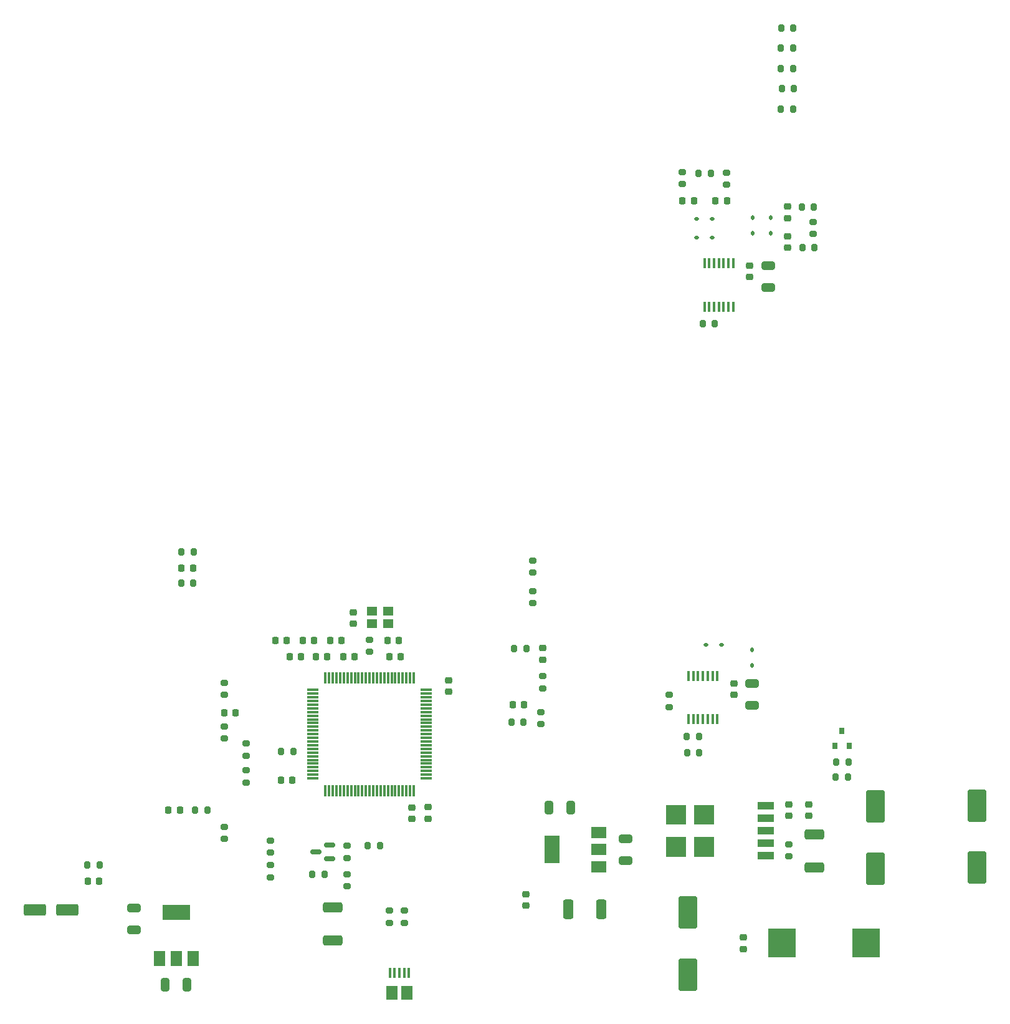
<source format=gbr>
%TF.GenerationSoftware,KiCad,Pcbnew,7.0.5*%
%TF.CreationDate,2023-06-14T16:30:10+07:00*%
%TF.ProjectId,Smart CB STM32 PCB,536d6172-7420-4434-9220-53544d333220,rev?*%
%TF.SameCoordinates,Original*%
%TF.FileFunction,Paste,Top*%
%TF.FilePolarity,Positive*%
%FSLAX46Y46*%
G04 Gerber Fmt 4.6, Leading zero omitted, Abs format (unit mm)*
G04 Created by KiCad (PCBNEW 7.0.5) date 2023-06-14 16:30:10*
%MOMM*%
%LPD*%
G01*
G04 APERTURE LIST*
G04 Aperture macros list*
%AMRoundRect*
0 Rectangle with rounded corners*
0 $1 Rounding radius*
0 $2 $3 $4 $5 $6 $7 $8 $9 X,Y pos of 4 corners*
0 Add a 4 corners polygon primitive as box body*
4,1,4,$2,$3,$4,$5,$6,$7,$8,$9,$2,$3,0*
0 Add four circle primitives for the rounded corners*
1,1,$1+$1,$2,$3*
1,1,$1+$1,$4,$5*
1,1,$1+$1,$6,$7*
1,1,$1+$1,$8,$9*
0 Add four rect primitives between the rounded corners*
20,1,$1+$1,$2,$3,$4,$5,0*
20,1,$1+$1,$4,$5,$6,$7,0*
20,1,$1+$1,$6,$7,$8,$9,0*
20,1,$1+$1,$8,$9,$2,$3,0*%
G04 Aperture macros list end*
%ADD10C,0.010000*%
%ADD11RoundRect,0.225000X0.250000X-0.225000X0.250000X0.225000X-0.250000X0.225000X-0.250000X-0.225000X0*%
%ADD12RoundRect,0.200000X-0.200000X-0.275000X0.200000X-0.275000X0.200000X0.275000X-0.200000X0.275000X0*%
%ADD13RoundRect,0.200000X-0.275000X0.200000X-0.275000X-0.200000X0.275000X-0.200000X0.275000X0.200000X0*%
%ADD14RoundRect,0.112500X0.112500X-0.187500X0.112500X0.187500X-0.112500X0.187500X-0.112500X-0.187500X0*%
%ADD15R,3.850000X3.900000*%
%ADD16RoundRect,0.225000X-0.225000X-0.250000X0.225000X-0.250000X0.225000X0.250000X-0.225000X0.250000X0*%
%ADD17RoundRect,0.218750X-0.218750X-0.256250X0.218750X-0.256250X0.218750X0.256250X-0.218750X0.256250X0*%
%ADD18RoundRect,0.225000X-0.250000X0.225000X-0.250000X-0.225000X0.250000X-0.225000X0.250000X0.225000X0*%
%ADD19RoundRect,0.200000X0.275000X-0.200000X0.275000X0.200000X-0.275000X0.200000X-0.275000X-0.200000X0*%
%ADD20RoundRect,0.225000X0.225000X0.250000X-0.225000X0.250000X-0.225000X-0.250000X0.225000X-0.250000X0*%
%ADD21R,1.500000X2.000000*%
%ADD22R,3.800000X2.000000*%
%ADD23RoundRect,0.200000X0.200000X0.275000X-0.200000X0.275000X-0.200000X-0.275000X0.200000X-0.275000X0*%
%ADD24RoundRect,0.250000X-0.325000X-0.650000X0.325000X-0.650000X0.325000X0.650000X-0.325000X0.650000X0*%
%ADD25R,2.000000X1.500000*%
%ADD26R,2.000000X3.800000*%
%ADD27RoundRect,0.250000X-0.650000X0.325000X-0.650000X-0.325000X0.650000X-0.325000X0.650000X0.325000X0*%
%ADD28RoundRect,0.250000X-1.075000X0.425000X-1.075000X-0.425000X1.075000X-0.425000X1.075000X0.425000X0*%
%ADD29R,0.400000X1.350000*%
%ADD30R,1.500000X1.900000*%
%ADD31RoundRect,0.250000X1.000000X-1.950000X1.000000X1.950000X-1.000000X1.950000X-1.000000X-1.950000X0*%
%ADD32R,2.160000X1.070000*%
%ADD33RoundRect,0.250000X0.325000X0.650000X-0.325000X0.650000X-0.325000X-0.650000X0.325000X-0.650000X0*%
%ADD34R,0.450000X1.475000*%
%ADD35RoundRect,0.075000X-0.075000X0.725000X-0.075000X-0.725000X0.075000X-0.725000X0.075000X0.725000X0*%
%ADD36RoundRect,0.075000X-0.725000X0.075000X-0.725000X-0.075000X0.725000X-0.075000X0.725000X0.075000X0*%
%ADD37RoundRect,0.250000X1.075000X-0.425000X1.075000X0.425000X-1.075000X0.425000X-1.075000X-0.425000X0*%
%ADD38RoundRect,0.218750X0.218750X0.256250X-0.218750X0.256250X-0.218750X-0.256250X0.218750X-0.256250X0*%
%ADD39RoundRect,0.250000X-1.000000X1.950000X-1.000000X-1.950000X1.000000X-1.950000X1.000000X1.950000X0*%
%ADD40RoundRect,0.250000X1.250000X0.550000X-1.250000X0.550000X-1.250000X-0.550000X1.250000X-0.550000X0*%
%ADD41RoundRect,0.150000X0.587500X0.150000X-0.587500X0.150000X-0.587500X-0.150000X0.587500X-0.150000X0*%
%ADD42R,0.800000X0.900000*%
%ADD43RoundRect,0.218750X0.256250X-0.218750X0.256250X0.218750X-0.256250X0.218750X-0.256250X-0.218750X0*%
%ADD44R,1.400000X1.200000*%
%ADD45RoundRect,0.112500X0.187500X0.112500X-0.187500X0.112500X-0.187500X-0.112500X0.187500X-0.112500X0*%
%ADD46RoundRect,0.112500X-0.187500X-0.112500X0.187500X-0.112500X0.187500X0.112500X-0.187500X0.112500X0*%
%ADD47RoundRect,0.250000X0.650000X-0.325000X0.650000X0.325000X-0.650000X0.325000X-0.650000X-0.325000X0*%
%ADD48RoundRect,0.112500X-0.112500X0.187500X-0.112500X-0.187500X0.112500X-0.187500X0.112500X0.187500X0*%
%ADD49RoundRect,0.250000X0.425000X1.075000X-0.425000X1.075000X-0.425000X-1.075000X0.425000X-1.075000X0*%
G04 APERTURE END LIST*
%TO.C,U35*%
D10*
X197950000Y-142480000D02*
X195350000Y-142480000D01*
X195350000Y-139880000D01*
X197950000Y-139880000D01*
X197950000Y-142480000D01*
G36*
X197950000Y-142480000D02*
G01*
X195350000Y-142480000D01*
X195350000Y-139880000D01*
X197950000Y-139880000D01*
X197950000Y-142480000D01*
G37*
X197950000Y-138120000D02*
X195350000Y-138120000D01*
X195350000Y-135520000D01*
X197950000Y-135520000D01*
X197950000Y-138120000D01*
G36*
X197950000Y-138120000D02*
G01*
X195350000Y-138120000D01*
X195350000Y-135520000D01*
X197950000Y-135520000D01*
X197950000Y-138120000D01*
G37*
X194150000Y-142480000D02*
X191550000Y-142480000D01*
X191550000Y-139880000D01*
X194150000Y-139880000D01*
X194150000Y-142480000D01*
G36*
X194150000Y-142480000D02*
G01*
X191550000Y-142480000D01*
X191550000Y-139880000D01*
X194150000Y-139880000D01*
X194150000Y-142480000D01*
G37*
X194150000Y-138120000D02*
X191550000Y-138120000D01*
X191550000Y-135520000D01*
X194150000Y-135520000D01*
X194150000Y-138120000D01*
G36*
X194150000Y-138120000D02*
G01*
X191550000Y-138120000D01*
X191550000Y-135520000D01*
X194150000Y-135520000D01*
X194150000Y-138120000D01*
G37*
%TD*%
D11*
%TO.C,C5*%
X172460000Y-149218700D03*
X172460000Y-147668700D03*
%TD*%
D12*
%TO.C,R84*%
X207275000Y-38300000D03*
X208925000Y-38300000D03*
%TD*%
D11*
%TO.C,C60*%
X202000000Y-155088700D03*
X202000000Y-153538700D03*
%TD*%
D13*
%TO.C,R26*%
X131500000Y-138500000D03*
X131500000Y-140150000D03*
%TD*%
D14*
%TO.C,D30*%
X205800000Y-57900000D03*
X205800000Y-55800000D03*
%TD*%
D13*
%TO.C,R61*%
X134500000Y-127175000D03*
X134500000Y-128825000D03*
%TD*%
D15*
%TO.C,L1*%
X218750000Y-154250000D03*
X207250000Y-154250000D03*
%TD*%
D16*
%TO.C,C16*%
X145910000Y-113168700D03*
X147460000Y-113168700D03*
%TD*%
D13*
%TO.C,R27*%
X174800000Y-118060000D03*
X174800000Y-119710000D03*
%TD*%
D17*
%TO.C,D10*%
X123893749Y-136250000D03*
X125468749Y-136250000D03*
%TD*%
D18*
%TO.C,C18*%
X159210000Y-135843700D03*
X159210000Y-137393700D03*
%TD*%
D19*
%TO.C,R87*%
X211500000Y-58000000D03*
X211500000Y-56350000D03*
%TD*%
D20*
%TO.C,C6*%
X155260000Y-113168700D03*
X153710000Y-113168700D03*
%TD*%
D21*
%TO.C,U34*%
X122700000Y-156400000D03*
X125000000Y-156400000D03*
D22*
X125000000Y-150100000D03*
D21*
X127300000Y-156400000D03*
%TD*%
D23*
%TO.C,R16*%
X129218750Y-136212500D03*
X127568750Y-136212500D03*
%TD*%
D18*
%TO.C,C17*%
X161960000Y-118618700D03*
X161960000Y-120168700D03*
%TD*%
D24*
%TO.C,C58*%
X175662500Y-135850000D03*
X178612500Y-135850000D03*
%TD*%
D23*
%TO.C,R20*%
X127325000Y-101175000D03*
X125675000Y-101175000D03*
%TD*%
D20*
%TO.C,C45*%
X199800000Y-53500000D03*
X198250000Y-53500000D03*
%TD*%
%TO.C,C46*%
X195325000Y-53500000D03*
X193775000Y-53500000D03*
%TD*%
D23*
%TO.C,R19*%
X145110000Y-144918700D03*
X143460000Y-144918700D03*
%TD*%
D25*
%TO.C,U33*%
X182362500Y-143900000D03*
X182362500Y-141600000D03*
D26*
X176062500Y-141600000D03*
D25*
X182362500Y-139300000D03*
%TD*%
D19*
%TO.C,R17*%
X148210000Y-142743700D03*
X148210000Y-141093700D03*
%TD*%
D18*
%TO.C,C7*%
X149010000Y-109368700D03*
X149010000Y-110918700D03*
%TD*%
D11*
%TO.C,C43*%
X208050000Y-59900000D03*
X208050000Y-58350000D03*
%TD*%
D19*
%TO.C,R114*%
X137750000Y-145350000D03*
X137750000Y-143700000D03*
%TD*%
D18*
%TO.C,C55*%
X208200000Y-135450000D03*
X208200000Y-137000000D03*
%TD*%
D27*
%TO.C,C59*%
X119200000Y-149554500D03*
X119200000Y-152504500D03*
%TD*%
D28*
%TO.C,D41*%
X211700000Y-139500000D03*
X211700000Y-144000000D03*
%TD*%
D29*
%TO.C,J5*%
X154000000Y-158308700D03*
X154650000Y-158308700D03*
X155300000Y-158308700D03*
X155950000Y-158308700D03*
X156600000Y-158308700D03*
D30*
X154300000Y-161008700D03*
X156300000Y-161008700D03*
%TD*%
D19*
%TO.C,R60*%
X134500000Y-132500000D03*
X134500000Y-130850000D03*
%TD*%
%TO.C,R14*%
X173425000Y-104000000D03*
X173425000Y-102350000D03*
%TD*%
D31*
%TO.C,C61*%
X194500000Y-158538700D03*
X194500000Y-150138700D03*
%TD*%
D18*
%TO.C,C54*%
X210950000Y-135450000D03*
X210950000Y-137000000D03*
%TD*%
D11*
%TO.C,C35*%
X200750000Y-120550000D03*
X200750000Y-119000000D03*
%TD*%
D32*
%TO.C,U35*%
X205085000Y-142400000D03*
X205085000Y-140700000D03*
X205085000Y-139000000D03*
X205085000Y-137300000D03*
X205085000Y-135600000D03*
%TD*%
D23*
%TO.C,R93*%
X197600000Y-49750000D03*
X195950000Y-49750000D03*
%TD*%
D33*
%TO.C,C57*%
X126425000Y-159895000D03*
X123475000Y-159895000D03*
%TD*%
D34*
%TO.C,U23*%
X200650000Y-62000000D03*
X200000000Y-62000000D03*
X199350000Y-62000000D03*
X198700000Y-62000000D03*
X198050000Y-62000000D03*
X197400000Y-62000000D03*
X196750000Y-62000000D03*
X196750000Y-67876000D03*
X197400000Y-67876000D03*
X198050000Y-67876000D03*
X198700000Y-67876000D03*
X199350000Y-67876000D03*
X200000000Y-67876000D03*
X200650000Y-67876000D03*
%TD*%
D11*
%TO.C,C44*%
X208050000Y-55850000D03*
X208050000Y-54300000D03*
%TD*%
D13*
%TO.C,R94*%
X199775000Y-49675000D03*
X199775000Y-51325000D03*
%TD*%
D20*
%TO.C,C22*%
X140010000Y-113168700D03*
X138460000Y-113168700D03*
%TD*%
D34*
%TO.C,U18*%
X198500000Y-118000000D03*
X197850000Y-118000000D03*
X197200000Y-118000000D03*
X196550000Y-118000000D03*
X195900000Y-118000000D03*
X195250000Y-118000000D03*
X194600000Y-118000000D03*
X194600000Y-123876000D03*
X195250000Y-123876000D03*
X195900000Y-123876000D03*
X196550000Y-123876000D03*
X197200000Y-123876000D03*
X197850000Y-123876000D03*
X198500000Y-123876000D03*
%TD*%
D13*
%TO.C,R3*%
X155975000Y-149878700D03*
X155975000Y-151528700D03*
%TD*%
%TO.C,R4*%
X153975000Y-149878700D03*
X153975000Y-151528700D03*
%TD*%
D35*
%TO.C,U2*%
X157250000Y-118238700D03*
X156750000Y-118238700D03*
X156250000Y-118238700D03*
X155750000Y-118238700D03*
X155250000Y-118238700D03*
X154750000Y-118238700D03*
X154250000Y-118238700D03*
X153750000Y-118238700D03*
X153250000Y-118238700D03*
X152750000Y-118238700D03*
X152250000Y-118238700D03*
X151750000Y-118238700D03*
X151250000Y-118238700D03*
X150750000Y-118238700D03*
X150250000Y-118238700D03*
X149750000Y-118238700D03*
X149250000Y-118238700D03*
X148750000Y-118238700D03*
X148250000Y-118238700D03*
X147750000Y-118238700D03*
X147250000Y-118238700D03*
X146750000Y-118238700D03*
X146250000Y-118238700D03*
X145750000Y-118238700D03*
X145250000Y-118238700D03*
D36*
X143575000Y-119913700D03*
X143575000Y-120413700D03*
X143575000Y-120913700D03*
X143575000Y-121413700D03*
X143575000Y-121913700D03*
X143575000Y-122413700D03*
X143575000Y-122913700D03*
X143575000Y-123413700D03*
X143575000Y-123913700D03*
X143575000Y-124413700D03*
X143575000Y-124913700D03*
X143575000Y-125413700D03*
X143575000Y-125913700D03*
X143575000Y-126413700D03*
X143575000Y-126913700D03*
X143575000Y-127413700D03*
X143575000Y-127913700D03*
X143575000Y-128413700D03*
X143575000Y-128913700D03*
X143575000Y-129413700D03*
X143575000Y-129913700D03*
X143575000Y-130413700D03*
X143575000Y-130913700D03*
X143575000Y-131413700D03*
X143575000Y-131913700D03*
D35*
X145250000Y-133588700D03*
X145750000Y-133588700D03*
X146250000Y-133588700D03*
X146750000Y-133588700D03*
X147250000Y-133588700D03*
X147750000Y-133588700D03*
X148250000Y-133588700D03*
X148750000Y-133588700D03*
X149250000Y-133588700D03*
X149750000Y-133588700D03*
X150250000Y-133588700D03*
X150750000Y-133588700D03*
X151250000Y-133588700D03*
X151750000Y-133588700D03*
X152250000Y-133588700D03*
X152750000Y-133588700D03*
X153250000Y-133588700D03*
X153750000Y-133588700D03*
X154250000Y-133588700D03*
X154750000Y-133588700D03*
X155250000Y-133588700D03*
X155750000Y-133588700D03*
X156250000Y-133588700D03*
X156750000Y-133588700D03*
X157250000Y-133588700D03*
D36*
X158925000Y-131913700D03*
X158925000Y-131413700D03*
X158925000Y-130913700D03*
X158925000Y-130413700D03*
X158925000Y-129913700D03*
X158925000Y-129413700D03*
X158925000Y-128913700D03*
X158925000Y-128413700D03*
X158925000Y-127913700D03*
X158925000Y-127413700D03*
X158925000Y-126913700D03*
X158925000Y-126413700D03*
X158925000Y-125913700D03*
X158925000Y-125413700D03*
X158925000Y-124913700D03*
X158925000Y-124413700D03*
X158925000Y-123913700D03*
X158925000Y-123413700D03*
X158925000Y-122913700D03*
X158925000Y-122413700D03*
X158925000Y-121913700D03*
X158925000Y-121413700D03*
X158925000Y-120913700D03*
X158925000Y-120413700D03*
X158925000Y-119913700D03*
%TD*%
D13*
%TO.C,R95*%
X193775000Y-49600000D03*
X193775000Y-51250000D03*
%TD*%
%TO.C,R8*%
X151260000Y-113093700D03*
X151260000Y-114743700D03*
%TD*%
D23*
%TO.C,R98*%
X198150000Y-70176000D03*
X196500000Y-70176000D03*
%TD*%
D37*
%TO.C,D1*%
X146210000Y-153918700D03*
X146210000Y-149418700D03*
%TD*%
D20*
%TO.C,C21*%
X143710000Y-113168700D03*
X142160000Y-113168700D03*
%TD*%
D38*
%TO.C,FB1*%
X141960000Y-115418700D03*
X140385000Y-115418700D03*
%TD*%
D20*
%TO.C,C20*%
X145510000Y-115418700D03*
X143960000Y-115418700D03*
%TD*%
D12*
%TO.C,R2*%
X151020000Y-141078700D03*
X152670000Y-141078700D03*
%TD*%
D39*
%TO.C,C4*%
X233750000Y-135600000D03*
X233750000Y-144000000D03*
%TD*%
D38*
%TO.C,D6*%
X127249999Y-103400002D03*
X125674999Y-103400002D03*
%TD*%
D40*
%TO.C,C3*%
X110200000Y-149750000D03*
X105800000Y-149750000D03*
%TD*%
D16*
%TO.C,C10*%
X139185000Y-132168700D03*
X140735000Y-132168700D03*
%TD*%
D41*
%TO.C,Q1*%
X145835000Y-142868700D03*
X145835000Y-140968700D03*
X143960000Y-141918700D03*
%TD*%
D42*
%TO.C,U22*%
X214500200Y-127500000D03*
X216400200Y-127500000D03*
X215450200Y-125500000D03*
%TD*%
D43*
%TO.C,D9*%
X174800000Y-115810000D03*
X174800000Y-114235000D03*
%TD*%
D11*
%TO.C,C41*%
X202888000Y-63838000D03*
X202888000Y-62288000D03*
%TD*%
D44*
%TO.C,Y1*%
X153760000Y-109218700D03*
X151560000Y-109218700D03*
X151560000Y-110918700D03*
X153760000Y-110918700D03*
%TD*%
D13*
%TO.C,R120*%
X208200000Y-140850000D03*
X208200000Y-142500000D03*
%TD*%
D23*
%TO.C,R80*%
X196025000Y-126200000D03*
X194375000Y-126200000D03*
%TD*%
D17*
%TO.C,D8*%
X170674999Y-121896446D03*
X172249999Y-121896446D03*
%TD*%
D23*
%TO.C,R7*%
X140900000Y-128250000D03*
X139250000Y-128250000D03*
%TD*%
D12*
%TO.C,R79*%
X194400000Y-128400000D03*
X196050000Y-128400000D03*
%TD*%
%TO.C,R86*%
X207125000Y-32800000D03*
X208775000Y-32800000D03*
%TD*%
D39*
%TO.C,C53*%
X219950000Y-135750000D03*
X219950000Y-144150000D03*
%TD*%
D45*
%TO.C,D33*%
X197775000Y-56000000D03*
X195675000Y-56000000D03*
%TD*%
D12*
%TO.C,R83*%
X207125000Y-41050000D03*
X208775000Y-41050000D03*
%TD*%
D11*
%TO.C,C8*%
X156960000Y-137443700D03*
X156960000Y-135893700D03*
%TD*%
D12*
%TO.C,R82*%
X214675200Y-129750000D03*
X216325200Y-129750000D03*
%TD*%
D13*
%TO.C,R25*%
X174500000Y-122925000D03*
X174500000Y-124575000D03*
%TD*%
D46*
%TO.C,D34*%
X195675000Y-58500000D03*
X197775000Y-58500000D03*
%TD*%
D13*
%TO.C,R115*%
X137750000Y-140350000D03*
X137750000Y-142000000D03*
%TD*%
D23*
%TO.C,R6*%
X127287499Y-105400002D03*
X125637499Y-105400002D03*
%TD*%
D19*
%TO.C,R15*%
X173425000Y-108150000D03*
X173425000Y-106500000D03*
%TD*%
D14*
%TO.C,D25*%
X203250000Y-116600000D03*
X203250000Y-114500000D03*
%TD*%
D46*
%TO.C,D28*%
X196973200Y-113750000D03*
X199073200Y-113750000D03*
%TD*%
D12*
%TO.C,R5*%
X112920000Y-143660000D03*
X114570000Y-143660000D03*
%TD*%
D23*
%TO.C,R91*%
X211625000Y-54350000D03*
X209975000Y-54350000D03*
%TD*%
D12*
%TO.C,R13*%
X170900000Y-114310000D03*
X172550000Y-114310000D03*
%TD*%
D47*
%TO.C,C36*%
X203250000Y-122000000D03*
X203250000Y-119050000D03*
%TD*%
D27*
%TO.C,C56*%
X186062500Y-140100000D03*
X186062500Y-143050000D03*
%TD*%
D12*
%TO.C,R88*%
X207200000Y-30050000D03*
X208850000Y-30050000D03*
%TD*%
%TO.C,R12*%
X170525000Y-124250000D03*
X172175000Y-124250000D03*
%TD*%
D13*
%TO.C,R22*%
X131537500Y-124850000D03*
X131537500Y-126500000D03*
%TD*%
D23*
%TO.C,R81*%
X216250000Y-131750000D03*
X214600000Y-131750000D03*
%TD*%
D48*
%TO.C,D31*%
X203300000Y-55800000D03*
X203300000Y-57900000D03*
%TD*%
D12*
%TO.C,R85*%
X207125000Y-35550000D03*
X208775000Y-35550000D03*
%TD*%
D13*
%TO.C,R78*%
X192000000Y-120575000D03*
X192000000Y-122225000D03*
%TD*%
D16*
%TO.C,C14*%
X147660000Y-115418700D03*
X149210000Y-115418700D03*
%TD*%
D20*
%TO.C,C12*%
X155460000Y-115418700D03*
X153910000Y-115418700D03*
%TD*%
D38*
%TO.C,D5*%
X114505000Y-145840000D03*
X112930000Y-145840000D03*
%TD*%
D17*
%TO.C,D7*%
X131500000Y-123000000D03*
X133075000Y-123000000D03*
%TD*%
D49*
%TO.C,D3*%
X182722500Y-149700000D03*
X178222500Y-149700000D03*
%TD*%
D19*
%TO.C,R28*%
X131500000Y-120575000D03*
X131500000Y-118925000D03*
%TD*%
D23*
%TO.C,R90*%
X211700000Y-59850000D03*
X210050000Y-59850000D03*
%TD*%
D47*
%TO.C,C42*%
X205388000Y-65238000D03*
X205388000Y-62288000D03*
%TD*%
D19*
%TO.C,R18*%
X148210000Y-146568700D03*
X148210000Y-144918700D03*
%TD*%
M02*

</source>
